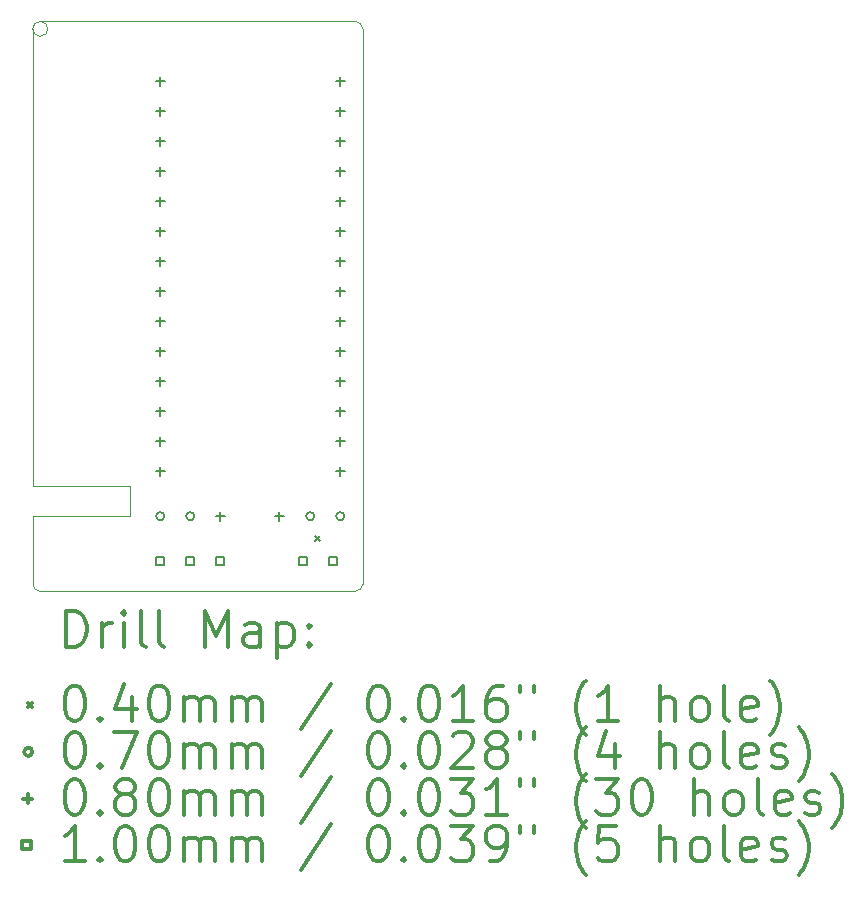
<source format=gbr>
%FSLAX45Y45*%
G04 Gerber Fmt 4.5, Leading zero omitted, Abs format (unit mm)*
G04 Created by KiCad (PCBNEW (5.1.2-1)-1) date 2022-05-29 19:11:08*
%MOMM*%
%LPD*%
G04 APERTURE LIST*
%ADD10C,0.050000*%
%ADD11C,0.200000*%
%ADD12C,0.300000*%
G04 APERTURE END LIST*
D10*
X5588000Y-2857500D02*
G75*
G02X5651500Y-2794000I63500J0D01*
G01*
X8382000Y-7556500D02*
G75*
G02X8318500Y-7620000I-63500J0D01*
G01*
X5651500Y-7620000D02*
G75*
G02X5588000Y-7556500I0J63500D01*
G01*
X5651500Y-2794000D02*
G75*
G02X5651500Y-2794000I0J-63500D01*
G01*
X8318500Y-2794000D02*
G75*
G02X8382000Y-2857500I0J-63500D01*
G01*
X5588000Y-6985000D02*
X5588000Y-7556500D01*
X6413500Y-6985000D02*
X5588000Y-6985000D01*
X6413500Y-6731000D02*
X6413500Y-6985000D01*
X5588000Y-6731000D02*
X6413500Y-6731000D01*
X5588000Y-2857500D02*
X5588000Y-6731000D01*
X8318500Y-2794000D02*
X5651500Y-2794000D01*
X8382000Y-7556500D02*
X8382000Y-2857500D01*
X5651500Y-7620000D02*
X8318500Y-7620000D01*
D11*
X7981000Y-7155500D02*
X8021000Y-7195500D01*
X8021000Y-7155500D02*
X7981000Y-7195500D01*
X6702500Y-6985000D02*
G75*
G03X6702500Y-6985000I-35000J0D01*
G01*
X6956500Y-6985000D02*
G75*
G03X6956500Y-6985000I-35000J0D01*
G01*
X7972500Y-6985000D02*
G75*
G03X7972500Y-6985000I-35000J0D01*
G01*
X8226500Y-6985000D02*
G75*
G03X8226500Y-6985000I-35000J0D01*
G01*
X6667500Y-3262000D02*
X6667500Y-3342000D01*
X6627500Y-3302000D02*
X6707500Y-3302000D01*
X6667500Y-3516000D02*
X6667500Y-3596000D01*
X6627500Y-3556000D02*
X6707500Y-3556000D01*
X6667500Y-3770000D02*
X6667500Y-3850000D01*
X6627500Y-3810000D02*
X6707500Y-3810000D01*
X6667500Y-4024000D02*
X6667500Y-4104000D01*
X6627500Y-4064000D02*
X6707500Y-4064000D01*
X6667500Y-4278000D02*
X6667500Y-4358000D01*
X6627500Y-4318000D02*
X6707500Y-4318000D01*
X6667500Y-4532000D02*
X6667500Y-4612000D01*
X6627500Y-4572000D02*
X6707500Y-4572000D01*
X6667500Y-4786000D02*
X6667500Y-4866000D01*
X6627500Y-4826000D02*
X6707500Y-4826000D01*
X6667500Y-5040000D02*
X6667500Y-5120000D01*
X6627500Y-5080000D02*
X6707500Y-5080000D01*
X6667500Y-5294000D02*
X6667500Y-5374000D01*
X6627500Y-5334000D02*
X6707500Y-5334000D01*
X6667500Y-5548000D02*
X6667500Y-5628000D01*
X6627500Y-5588000D02*
X6707500Y-5588000D01*
X6667500Y-5802000D02*
X6667500Y-5882000D01*
X6627500Y-5842000D02*
X6707500Y-5842000D01*
X6667500Y-6056000D02*
X6667500Y-6136000D01*
X6627500Y-6096000D02*
X6707500Y-6096000D01*
X6667500Y-6310000D02*
X6667500Y-6390000D01*
X6627500Y-6350000D02*
X6707500Y-6350000D01*
X6667500Y-6564000D02*
X6667500Y-6644000D01*
X6627500Y-6604000D02*
X6707500Y-6604000D01*
X8191500Y-3262000D02*
X8191500Y-3342000D01*
X8151500Y-3302000D02*
X8231500Y-3302000D01*
X8191500Y-3516000D02*
X8191500Y-3596000D01*
X8151500Y-3556000D02*
X8231500Y-3556000D01*
X8191500Y-3770000D02*
X8191500Y-3850000D01*
X8151500Y-3810000D02*
X8231500Y-3810000D01*
X8191500Y-4024000D02*
X8191500Y-4104000D01*
X8151500Y-4064000D02*
X8231500Y-4064000D01*
X8191500Y-4278000D02*
X8191500Y-4358000D01*
X8151500Y-4318000D02*
X8231500Y-4318000D01*
X8191500Y-4532000D02*
X8191500Y-4612000D01*
X8151500Y-4572000D02*
X8231500Y-4572000D01*
X8191500Y-4786000D02*
X8191500Y-4866000D01*
X8151500Y-4826000D02*
X8231500Y-4826000D01*
X8191500Y-5040000D02*
X8191500Y-5120000D01*
X8151500Y-5080000D02*
X8231500Y-5080000D01*
X8191500Y-5294000D02*
X8191500Y-5374000D01*
X8151500Y-5334000D02*
X8231500Y-5334000D01*
X8191500Y-5548000D02*
X8191500Y-5628000D01*
X8151500Y-5588000D02*
X8231500Y-5588000D01*
X8191500Y-5802000D02*
X8191500Y-5882000D01*
X8151500Y-5842000D02*
X8231500Y-5842000D01*
X8191500Y-6056000D02*
X8191500Y-6136000D01*
X8151500Y-6096000D02*
X8231500Y-6096000D01*
X8191500Y-6310000D02*
X8191500Y-6390000D01*
X8151500Y-6350000D02*
X8231500Y-6350000D01*
X8191500Y-6564000D02*
X8191500Y-6644000D01*
X8151500Y-6604000D02*
X8231500Y-6604000D01*
X7175500Y-6945000D02*
X7175500Y-7025000D01*
X7135500Y-6985000D02*
X7215500Y-6985000D01*
X7675500Y-6945000D02*
X7675500Y-7025000D01*
X7635500Y-6985000D02*
X7715500Y-6985000D01*
X7909356Y-7401356D02*
X7909356Y-7330644D01*
X7838644Y-7330644D01*
X7838644Y-7401356D01*
X7909356Y-7401356D01*
X8163356Y-7401356D02*
X8163356Y-7330644D01*
X8092644Y-7330644D01*
X8092644Y-7401356D01*
X8163356Y-7401356D01*
X6702856Y-7401356D02*
X6702856Y-7330644D01*
X6632144Y-7330644D01*
X6632144Y-7401356D01*
X6702856Y-7401356D01*
X6956856Y-7401356D02*
X6956856Y-7330644D01*
X6886144Y-7330644D01*
X6886144Y-7401356D01*
X6956856Y-7401356D01*
X7210856Y-7401356D02*
X7210856Y-7330644D01*
X7140144Y-7330644D01*
X7140144Y-7401356D01*
X7210856Y-7401356D01*
D12*
X5871928Y-8088214D02*
X5871928Y-7788214D01*
X5943357Y-7788214D01*
X5986214Y-7802500D01*
X6014786Y-7831071D01*
X6029071Y-7859643D01*
X6043357Y-7916786D01*
X6043357Y-7959643D01*
X6029071Y-8016786D01*
X6014786Y-8045357D01*
X5986214Y-8073929D01*
X5943357Y-8088214D01*
X5871928Y-8088214D01*
X6171928Y-8088214D02*
X6171928Y-7888214D01*
X6171928Y-7945357D02*
X6186214Y-7916786D01*
X6200500Y-7902500D01*
X6229071Y-7888214D01*
X6257643Y-7888214D01*
X6357643Y-8088214D02*
X6357643Y-7888214D01*
X6357643Y-7788214D02*
X6343357Y-7802500D01*
X6357643Y-7816786D01*
X6371928Y-7802500D01*
X6357643Y-7788214D01*
X6357643Y-7816786D01*
X6543357Y-8088214D02*
X6514786Y-8073929D01*
X6500500Y-8045357D01*
X6500500Y-7788214D01*
X6700500Y-8088214D02*
X6671928Y-8073929D01*
X6657643Y-8045357D01*
X6657643Y-7788214D01*
X7043357Y-8088214D02*
X7043357Y-7788214D01*
X7143357Y-8002500D01*
X7243357Y-7788214D01*
X7243357Y-8088214D01*
X7514786Y-8088214D02*
X7514786Y-7931071D01*
X7500500Y-7902500D01*
X7471928Y-7888214D01*
X7414786Y-7888214D01*
X7386214Y-7902500D01*
X7514786Y-8073929D02*
X7486214Y-8088214D01*
X7414786Y-8088214D01*
X7386214Y-8073929D01*
X7371928Y-8045357D01*
X7371928Y-8016786D01*
X7386214Y-7988214D01*
X7414786Y-7973929D01*
X7486214Y-7973929D01*
X7514786Y-7959643D01*
X7657643Y-7888214D02*
X7657643Y-8188214D01*
X7657643Y-7902500D02*
X7686214Y-7888214D01*
X7743357Y-7888214D01*
X7771928Y-7902500D01*
X7786214Y-7916786D01*
X7800500Y-7945357D01*
X7800500Y-8031071D01*
X7786214Y-8059643D01*
X7771928Y-8073929D01*
X7743357Y-8088214D01*
X7686214Y-8088214D01*
X7657643Y-8073929D01*
X7929071Y-8059643D02*
X7943357Y-8073929D01*
X7929071Y-8088214D01*
X7914786Y-8073929D01*
X7929071Y-8059643D01*
X7929071Y-8088214D01*
X7929071Y-7902500D02*
X7943357Y-7916786D01*
X7929071Y-7931071D01*
X7914786Y-7916786D01*
X7929071Y-7902500D01*
X7929071Y-7931071D01*
X5545500Y-8562500D02*
X5585500Y-8602500D01*
X5585500Y-8562500D02*
X5545500Y-8602500D01*
X5929071Y-8418214D02*
X5957643Y-8418214D01*
X5986214Y-8432500D01*
X6000500Y-8446786D01*
X6014786Y-8475357D01*
X6029071Y-8532500D01*
X6029071Y-8603929D01*
X6014786Y-8661072D01*
X6000500Y-8689643D01*
X5986214Y-8703929D01*
X5957643Y-8718214D01*
X5929071Y-8718214D01*
X5900500Y-8703929D01*
X5886214Y-8689643D01*
X5871928Y-8661072D01*
X5857643Y-8603929D01*
X5857643Y-8532500D01*
X5871928Y-8475357D01*
X5886214Y-8446786D01*
X5900500Y-8432500D01*
X5929071Y-8418214D01*
X6157643Y-8689643D02*
X6171928Y-8703929D01*
X6157643Y-8718214D01*
X6143357Y-8703929D01*
X6157643Y-8689643D01*
X6157643Y-8718214D01*
X6429071Y-8518214D02*
X6429071Y-8718214D01*
X6357643Y-8403929D02*
X6286214Y-8618214D01*
X6471928Y-8618214D01*
X6643357Y-8418214D02*
X6671928Y-8418214D01*
X6700500Y-8432500D01*
X6714786Y-8446786D01*
X6729071Y-8475357D01*
X6743357Y-8532500D01*
X6743357Y-8603929D01*
X6729071Y-8661072D01*
X6714786Y-8689643D01*
X6700500Y-8703929D01*
X6671928Y-8718214D01*
X6643357Y-8718214D01*
X6614786Y-8703929D01*
X6600500Y-8689643D01*
X6586214Y-8661072D01*
X6571928Y-8603929D01*
X6571928Y-8532500D01*
X6586214Y-8475357D01*
X6600500Y-8446786D01*
X6614786Y-8432500D01*
X6643357Y-8418214D01*
X6871928Y-8718214D02*
X6871928Y-8518214D01*
X6871928Y-8546786D02*
X6886214Y-8532500D01*
X6914786Y-8518214D01*
X6957643Y-8518214D01*
X6986214Y-8532500D01*
X7000500Y-8561072D01*
X7000500Y-8718214D01*
X7000500Y-8561072D02*
X7014786Y-8532500D01*
X7043357Y-8518214D01*
X7086214Y-8518214D01*
X7114786Y-8532500D01*
X7129071Y-8561072D01*
X7129071Y-8718214D01*
X7271928Y-8718214D02*
X7271928Y-8518214D01*
X7271928Y-8546786D02*
X7286214Y-8532500D01*
X7314786Y-8518214D01*
X7357643Y-8518214D01*
X7386214Y-8532500D01*
X7400500Y-8561072D01*
X7400500Y-8718214D01*
X7400500Y-8561072D02*
X7414786Y-8532500D01*
X7443357Y-8518214D01*
X7486214Y-8518214D01*
X7514786Y-8532500D01*
X7529071Y-8561072D01*
X7529071Y-8718214D01*
X8114786Y-8403929D02*
X7857643Y-8789643D01*
X8500500Y-8418214D02*
X8529071Y-8418214D01*
X8557643Y-8432500D01*
X8571928Y-8446786D01*
X8586214Y-8475357D01*
X8600500Y-8532500D01*
X8600500Y-8603929D01*
X8586214Y-8661072D01*
X8571928Y-8689643D01*
X8557643Y-8703929D01*
X8529071Y-8718214D01*
X8500500Y-8718214D01*
X8471928Y-8703929D01*
X8457643Y-8689643D01*
X8443357Y-8661072D01*
X8429071Y-8603929D01*
X8429071Y-8532500D01*
X8443357Y-8475357D01*
X8457643Y-8446786D01*
X8471928Y-8432500D01*
X8500500Y-8418214D01*
X8729071Y-8689643D02*
X8743357Y-8703929D01*
X8729071Y-8718214D01*
X8714786Y-8703929D01*
X8729071Y-8689643D01*
X8729071Y-8718214D01*
X8929071Y-8418214D02*
X8957643Y-8418214D01*
X8986214Y-8432500D01*
X9000500Y-8446786D01*
X9014786Y-8475357D01*
X9029071Y-8532500D01*
X9029071Y-8603929D01*
X9014786Y-8661072D01*
X9000500Y-8689643D01*
X8986214Y-8703929D01*
X8957643Y-8718214D01*
X8929071Y-8718214D01*
X8900500Y-8703929D01*
X8886214Y-8689643D01*
X8871928Y-8661072D01*
X8857643Y-8603929D01*
X8857643Y-8532500D01*
X8871928Y-8475357D01*
X8886214Y-8446786D01*
X8900500Y-8432500D01*
X8929071Y-8418214D01*
X9314786Y-8718214D02*
X9143357Y-8718214D01*
X9229071Y-8718214D02*
X9229071Y-8418214D01*
X9200500Y-8461072D01*
X9171928Y-8489643D01*
X9143357Y-8503929D01*
X9571928Y-8418214D02*
X9514786Y-8418214D01*
X9486214Y-8432500D01*
X9471928Y-8446786D01*
X9443357Y-8489643D01*
X9429071Y-8546786D01*
X9429071Y-8661072D01*
X9443357Y-8689643D01*
X9457643Y-8703929D01*
X9486214Y-8718214D01*
X9543357Y-8718214D01*
X9571928Y-8703929D01*
X9586214Y-8689643D01*
X9600500Y-8661072D01*
X9600500Y-8589643D01*
X9586214Y-8561072D01*
X9571928Y-8546786D01*
X9543357Y-8532500D01*
X9486214Y-8532500D01*
X9457643Y-8546786D01*
X9443357Y-8561072D01*
X9429071Y-8589643D01*
X9714786Y-8418214D02*
X9714786Y-8475357D01*
X9829071Y-8418214D02*
X9829071Y-8475357D01*
X10271928Y-8832500D02*
X10257643Y-8818214D01*
X10229071Y-8775357D01*
X10214786Y-8746786D01*
X10200500Y-8703929D01*
X10186214Y-8632500D01*
X10186214Y-8575357D01*
X10200500Y-8503929D01*
X10214786Y-8461072D01*
X10229071Y-8432500D01*
X10257643Y-8389643D01*
X10271928Y-8375357D01*
X10543357Y-8718214D02*
X10371928Y-8718214D01*
X10457643Y-8718214D02*
X10457643Y-8418214D01*
X10429071Y-8461072D01*
X10400500Y-8489643D01*
X10371928Y-8503929D01*
X10900500Y-8718214D02*
X10900500Y-8418214D01*
X11029071Y-8718214D02*
X11029071Y-8561072D01*
X11014786Y-8532500D01*
X10986214Y-8518214D01*
X10943357Y-8518214D01*
X10914786Y-8532500D01*
X10900500Y-8546786D01*
X11214786Y-8718214D02*
X11186214Y-8703929D01*
X11171928Y-8689643D01*
X11157643Y-8661072D01*
X11157643Y-8575357D01*
X11171928Y-8546786D01*
X11186214Y-8532500D01*
X11214786Y-8518214D01*
X11257643Y-8518214D01*
X11286214Y-8532500D01*
X11300500Y-8546786D01*
X11314786Y-8575357D01*
X11314786Y-8661072D01*
X11300500Y-8689643D01*
X11286214Y-8703929D01*
X11257643Y-8718214D01*
X11214786Y-8718214D01*
X11486214Y-8718214D02*
X11457643Y-8703929D01*
X11443357Y-8675357D01*
X11443357Y-8418214D01*
X11714786Y-8703929D02*
X11686214Y-8718214D01*
X11629071Y-8718214D01*
X11600500Y-8703929D01*
X11586214Y-8675357D01*
X11586214Y-8561072D01*
X11600500Y-8532500D01*
X11629071Y-8518214D01*
X11686214Y-8518214D01*
X11714786Y-8532500D01*
X11729071Y-8561072D01*
X11729071Y-8589643D01*
X11586214Y-8618214D01*
X11829071Y-8832500D02*
X11843357Y-8818214D01*
X11871928Y-8775357D01*
X11886214Y-8746786D01*
X11900500Y-8703929D01*
X11914786Y-8632500D01*
X11914786Y-8575357D01*
X11900500Y-8503929D01*
X11886214Y-8461072D01*
X11871928Y-8432500D01*
X11843357Y-8389643D01*
X11829071Y-8375357D01*
X5585500Y-8978500D02*
G75*
G03X5585500Y-8978500I-35000J0D01*
G01*
X5929071Y-8814214D02*
X5957643Y-8814214D01*
X5986214Y-8828500D01*
X6000500Y-8842786D01*
X6014786Y-8871357D01*
X6029071Y-8928500D01*
X6029071Y-8999929D01*
X6014786Y-9057072D01*
X6000500Y-9085643D01*
X5986214Y-9099929D01*
X5957643Y-9114214D01*
X5929071Y-9114214D01*
X5900500Y-9099929D01*
X5886214Y-9085643D01*
X5871928Y-9057072D01*
X5857643Y-8999929D01*
X5857643Y-8928500D01*
X5871928Y-8871357D01*
X5886214Y-8842786D01*
X5900500Y-8828500D01*
X5929071Y-8814214D01*
X6157643Y-9085643D02*
X6171928Y-9099929D01*
X6157643Y-9114214D01*
X6143357Y-9099929D01*
X6157643Y-9085643D01*
X6157643Y-9114214D01*
X6271928Y-8814214D02*
X6471928Y-8814214D01*
X6343357Y-9114214D01*
X6643357Y-8814214D02*
X6671928Y-8814214D01*
X6700500Y-8828500D01*
X6714786Y-8842786D01*
X6729071Y-8871357D01*
X6743357Y-8928500D01*
X6743357Y-8999929D01*
X6729071Y-9057072D01*
X6714786Y-9085643D01*
X6700500Y-9099929D01*
X6671928Y-9114214D01*
X6643357Y-9114214D01*
X6614786Y-9099929D01*
X6600500Y-9085643D01*
X6586214Y-9057072D01*
X6571928Y-8999929D01*
X6571928Y-8928500D01*
X6586214Y-8871357D01*
X6600500Y-8842786D01*
X6614786Y-8828500D01*
X6643357Y-8814214D01*
X6871928Y-9114214D02*
X6871928Y-8914214D01*
X6871928Y-8942786D02*
X6886214Y-8928500D01*
X6914786Y-8914214D01*
X6957643Y-8914214D01*
X6986214Y-8928500D01*
X7000500Y-8957072D01*
X7000500Y-9114214D01*
X7000500Y-8957072D02*
X7014786Y-8928500D01*
X7043357Y-8914214D01*
X7086214Y-8914214D01*
X7114786Y-8928500D01*
X7129071Y-8957072D01*
X7129071Y-9114214D01*
X7271928Y-9114214D02*
X7271928Y-8914214D01*
X7271928Y-8942786D02*
X7286214Y-8928500D01*
X7314786Y-8914214D01*
X7357643Y-8914214D01*
X7386214Y-8928500D01*
X7400500Y-8957072D01*
X7400500Y-9114214D01*
X7400500Y-8957072D02*
X7414786Y-8928500D01*
X7443357Y-8914214D01*
X7486214Y-8914214D01*
X7514786Y-8928500D01*
X7529071Y-8957072D01*
X7529071Y-9114214D01*
X8114786Y-8799929D02*
X7857643Y-9185643D01*
X8500500Y-8814214D02*
X8529071Y-8814214D01*
X8557643Y-8828500D01*
X8571928Y-8842786D01*
X8586214Y-8871357D01*
X8600500Y-8928500D01*
X8600500Y-8999929D01*
X8586214Y-9057072D01*
X8571928Y-9085643D01*
X8557643Y-9099929D01*
X8529071Y-9114214D01*
X8500500Y-9114214D01*
X8471928Y-9099929D01*
X8457643Y-9085643D01*
X8443357Y-9057072D01*
X8429071Y-8999929D01*
X8429071Y-8928500D01*
X8443357Y-8871357D01*
X8457643Y-8842786D01*
X8471928Y-8828500D01*
X8500500Y-8814214D01*
X8729071Y-9085643D02*
X8743357Y-9099929D01*
X8729071Y-9114214D01*
X8714786Y-9099929D01*
X8729071Y-9085643D01*
X8729071Y-9114214D01*
X8929071Y-8814214D02*
X8957643Y-8814214D01*
X8986214Y-8828500D01*
X9000500Y-8842786D01*
X9014786Y-8871357D01*
X9029071Y-8928500D01*
X9029071Y-8999929D01*
X9014786Y-9057072D01*
X9000500Y-9085643D01*
X8986214Y-9099929D01*
X8957643Y-9114214D01*
X8929071Y-9114214D01*
X8900500Y-9099929D01*
X8886214Y-9085643D01*
X8871928Y-9057072D01*
X8857643Y-8999929D01*
X8857643Y-8928500D01*
X8871928Y-8871357D01*
X8886214Y-8842786D01*
X8900500Y-8828500D01*
X8929071Y-8814214D01*
X9143357Y-8842786D02*
X9157643Y-8828500D01*
X9186214Y-8814214D01*
X9257643Y-8814214D01*
X9286214Y-8828500D01*
X9300500Y-8842786D01*
X9314786Y-8871357D01*
X9314786Y-8899929D01*
X9300500Y-8942786D01*
X9129071Y-9114214D01*
X9314786Y-9114214D01*
X9486214Y-8942786D02*
X9457643Y-8928500D01*
X9443357Y-8914214D01*
X9429071Y-8885643D01*
X9429071Y-8871357D01*
X9443357Y-8842786D01*
X9457643Y-8828500D01*
X9486214Y-8814214D01*
X9543357Y-8814214D01*
X9571928Y-8828500D01*
X9586214Y-8842786D01*
X9600500Y-8871357D01*
X9600500Y-8885643D01*
X9586214Y-8914214D01*
X9571928Y-8928500D01*
X9543357Y-8942786D01*
X9486214Y-8942786D01*
X9457643Y-8957072D01*
X9443357Y-8971357D01*
X9429071Y-8999929D01*
X9429071Y-9057072D01*
X9443357Y-9085643D01*
X9457643Y-9099929D01*
X9486214Y-9114214D01*
X9543357Y-9114214D01*
X9571928Y-9099929D01*
X9586214Y-9085643D01*
X9600500Y-9057072D01*
X9600500Y-8999929D01*
X9586214Y-8971357D01*
X9571928Y-8957072D01*
X9543357Y-8942786D01*
X9714786Y-8814214D02*
X9714786Y-8871357D01*
X9829071Y-8814214D02*
X9829071Y-8871357D01*
X10271928Y-9228500D02*
X10257643Y-9214214D01*
X10229071Y-9171357D01*
X10214786Y-9142786D01*
X10200500Y-9099929D01*
X10186214Y-9028500D01*
X10186214Y-8971357D01*
X10200500Y-8899929D01*
X10214786Y-8857072D01*
X10229071Y-8828500D01*
X10257643Y-8785643D01*
X10271928Y-8771357D01*
X10514786Y-8914214D02*
X10514786Y-9114214D01*
X10443357Y-8799929D02*
X10371928Y-9014214D01*
X10557643Y-9014214D01*
X10900500Y-9114214D02*
X10900500Y-8814214D01*
X11029071Y-9114214D02*
X11029071Y-8957072D01*
X11014786Y-8928500D01*
X10986214Y-8914214D01*
X10943357Y-8914214D01*
X10914786Y-8928500D01*
X10900500Y-8942786D01*
X11214786Y-9114214D02*
X11186214Y-9099929D01*
X11171928Y-9085643D01*
X11157643Y-9057072D01*
X11157643Y-8971357D01*
X11171928Y-8942786D01*
X11186214Y-8928500D01*
X11214786Y-8914214D01*
X11257643Y-8914214D01*
X11286214Y-8928500D01*
X11300500Y-8942786D01*
X11314786Y-8971357D01*
X11314786Y-9057072D01*
X11300500Y-9085643D01*
X11286214Y-9099929D01*
X11257643Y-9114214D01*
X11214786Y-9114214D01*
X11486214Y-9114214D02*
X11457643Y-9099929D01*
X11443357Y-9071357D01*
X11443357Y-8814214D01*
X11714786Y-9099929D02*
X11686214Y-9114214D01*
X11629071Y-9114214D01*
X11600500Y-9099929D01*
X11586214Y-9071357D01*
X11586214Y-8957072D01*
X11600500Y-8928500D01*
X11629071Y-8914214D01*
X11686214Y-8914214D01*
X11714786Y-8928500D01*
X11729071Y-8957072D01*
X11729071Y-8985643D01*
X11586214Y-9014214D01*
X11843357Y-9099929D02*
X11871928Y-9114214D01*
X11929071Y-9114214D01*
X11957643Y-9099929D01*
X11971928Y-9071357D01*
X11971928Y-9057072D01*
X11957643Y-9028500D01*
X11929071Y-9014214D01*
X11886214Y-9014214D01*
X11857643Y-8999929D01*
X11843357Y-8971357D01*
X11843357Y-8957072D01*
X11857643Y-8928500D01*
X11886214Y-8914214D01*
X11929071Y-8914214D01*
X11957643Y-8928500D01*
X12071928Y-9228500D02*
X12086214Y-9214214D01*
X12114786Y-9171357D01*
X12129071Y-9142786D01*
X12143357Y-9099929D01*
X12157643Y-9028500D01*
X12157643Y-8971357D01*
X12143357Y-8899929D01*
X12129071Y-8857072D01*
X12114786Y-8828500D01*
X12086214Y-8785643D01*
X12071928Y-8771357D01*
X5545500Y-9334500D02*
X5545500Y-9414500D01*
X5505500Y-9374500D02*
X5585500Y-9374500D01*
X5929071Y-9210214D02*
X5957643Y-9210214D01*
X5986214Y-9224500D01*
X6000500Y-9238786D01*
X6014786Y-9267357D01*
X6029071Y-9324500D01*
X6029071Y-9395929D01*
X6014786Y-9453072D01*
X6000500Y-9481643D01*
X5986214Y-9495929D01*
X5957643Y-9510214D01*
X5929071Y-9510214D01*
X5900500Y-9495929D01*
X5886214Y-9481643D01*
X5871928Y-9453072D01*
X5857643Y-9395929D01*
X5857643Y-9324500D01*
X5871928Y-9267357D01*
X5886214Y-9238786D01*
X5900500Y-9224500D01*
X5929071Y-9210214D01*
X6157643Y-9481643D02*
X6171928Y-9495929D01*
X6157643Y-9510214D01*
X6143357Y-9495929D01*
X6157643Y-9481643D01*
X6157643Y-9510214D01*
X6343357Y-9338786D02*
X6314786Y-9324500D01*
X6300500Y-9310214D01*
X6286214Y-9281643D01*
X6286214Y-9267357D01*
X6300500Y-9238786D01*
X6314786Y-9224500D01*
X6343357Y-9210214D01*
X6400500Y-9210214D01*
X6429071Y-9224500D01*
X6443357Y-9238786D01*
X6457643Y-9267357D01*
X6457643Y-9281643D01*
X6443357Y-9310214D01*
X6429071Y-9324500D01*
X6400500Y-9338786D01*
X6343357Y-9338786D01*
X6314786Y-9353072D01*
X6300500Y-9367357D01*
X6286214Y-9395929D01*
X6286214Y-9453072D01*
X6300500Y-9481643D01*
X6314786Y-9495929D01*
X6343357Y-9510214D01*
X6400500Y-9510214D01*
X6429071Y-9495929D01*
X6443357Y-9481643D01*
X6457643Y-9453072D01*
X6457643Y-9395929D01*
X6443357Y-9367357D01*
X6429071Y-9353072D01*
X6400500Y-9338786D01*
X6643357Y-9210214D02*
X6671928Y-9210214D01*
X6700500Y-9224500D01*
X6714786Y-9238786D01*
X6729071Y-9267357D01*
X6743357Y-9324500D01*
X6743357Y-9395929D01*
X6729071Y-9453072D01*
X6714786Y-9481643D01*
X6700500Y-9495929D01*
X6671928Y-9510214D01*
X6643357Y-9510214D01*
X6614786Y-9495929D01*
X6600500Y-9481643D01*
X6586214Y-9453072D01*
X6571928Y-9395929D01*
X6571928Y-9324500D01*
X6586214Y-9267357D01*
X6600500Y-9238786D01*
X6614786Y-9224500D01*
X6643357Y-9210214D01*
X6871928Y-9510214D02*
X6871928Y-9310214D01*
X6871928Y-9338786D02*
X6886214Y-9324500D01*
X6914786Y-9310214D01*
X6957643Y-9310214D01*
X6986214Y-9324500D01*
X7000500Y-9353072D01*
X7000500Y-9510214D01*
X7000500Y-9353072D02*
X7014786Y-9324500D01*
X7043357Y-9310214D01*
X7086214Y-9310214D01*
X7114786Y-9324500D01*
X7129071Y-9353072D01*
X7129071Y-9510214D01*
X7271928Y-9510214D02*
X7271928Y-9310214D01*
X7271928Y-9338786D02*
X7286214Y-9324500D01*
X7314786Y-9310214D01*
X7357643Y-9310214D01*
X7386214Y-9324500D01*
X7400500Y-9353072D01*
X7400500Y-9510214D01*
X7400500Y-9353072D02*
X7414786Y-9324500D01*
X7443357Y-9310214D01*
X7486214Y-9310214D01*
X7514786Y-9324500D01*
X7529071Y-9353072D01*
X7529071Y-9510214D01*
X8114786Y-9195929D02*
X7857643Y-9581643D01*
X8500500Y-9210214D02*
X8529071Y-9210214D01*
X8557643Y-9224500D01*
X8571928Y-9238786D01*
X8586214Y-9267357D01*
X8600500Y-9324500D01*
X8600500Y-9395929D01*
X8586214Y-9453072D01*
X8571928Y-9481643D01*
X8557643Y-9495929D01*
X8529071Y-9510214D01*
X8500500Y-9510214D01*
X8471928Y-9495929D01*
X8457643Y-9481643D01*
X8443357Y-9453072D01*
X8429071Y-9395929D01*
X8429071Y-9324500D01*
X8443357Y-9267357D01*
X8457643Y-9238786D01*
X8471928Y-9224500D01*
X8500500Y-9210214D01*
X8729071Y-9481643D02*
X8743357Y-9495929D01*
X8729071Y-9510214D01*
X8714786Y-9495929D01*
X8729071Y-9481643D01*
X8729071Y-9510214D01*
X8929071Y-9210214D02*
X8957643Y-9210214D01*
X8986214Y-9224500D01*
X9000500Y-9238786D01*
X9014786Y-9267357D01*
X9029071Y-9324500D01*
X9029071Y-9395929D01*
X9014786Y-9453072D01*
X9000500Y-9481643D01*
X8986214Y-9495929D01*
X8957643Y-9510214D01*
X8929071Y-9510214D01*
X8900500Y-9495929D01*
X8886214Y-9481643D01*
X8871928Y-9453072D01*
X8857643Y-9395929D01*
X8857643Y-9324500D01*
X8871928Y-9267357D01*
X8886214Y-9238786D01*
X8900500Y-9224500D01*
X8929071Y-9210214D01*
X9129071Y-9210214D02*
X9314786Y-9210214D01*
X9214786Y-9324500D01*
X9257643Y-9324500D01*
X9286214Y-9338786D01*
X9300500Y-9353072D01*
X9314786Y-9381643D01*
X9314786Y-9453072D01*
X9300500Y-9481643D01*
X9286214Y-9495929D01*
X9257643Y-9510214D01*
X9171928Y-9510214D01*
X9143357Y-9495929D01*
X9129071Y-9481643D01*
X9600500Y-9510214D02*
X9429071Y-9510214D01*
X9514786Y-9510214D02*
X9514786Y-9210214D01*
X9486214Y-9253072D01*
X9457643Y-9281643D01*
X9429071Y-9295929D01*
X9714786Y-9210214D02*
X9714786Y-9267357D01*
X9829071Y-9210214D02*
X9829071Y-9267357D01*
X10271928Y-9624500D02*
X10257643Y-9610214D01*
X10229071Y-9567357D01*
X10214786Y-9538786D01*
X10200500Y-9495929D01*
X10186214Y-9424500D01*
X10186214Y-9367357D01*
X10200500Y-9295929D01*
X10214786Y-9253072D01*
X10229071Y-9224500D01*
X10257643Y-9181643D01*
X10271928Y-9167357D01*
X10357643Y-9210214D02*
X10543357Y-9210214D01*
X10443357Y-9324500D01*
X10486214Y-9324500D01*
X10514786Y-9338786D01*
X10529071Y-9353072D01*
X10543357Y-9381643D01*
X10543357Y-9453072D01*
X10529071Y-9481643D01*
X10514786Y-9495929D01*
X10486214Y-9510214D01*
X10400500Y-9510214D01*
X10371928Y-9495929D01*
X10357643Y-9481643D01*
X10729071Y-9210214D02*
X10757643Y-9210214D01*
X10786214Y-9224500D01*
X10800500Y-9238786D01*
X10814786Y-9267357D01*
X10829071Y-9324500D01*
X10829071Y-9395929D01*
X10814786Y-9453072D01*
X10800500Y-9481643D01*
X10786214Y-9495929D01*
X10757643Y-9510214D01*
X10729071Y-9510214D01*
X10700500Y-9495929D01*
X10686214Y-9481643D01*
X10671928Y-9453072D01*
X10657643Y-9395929D01*
X10657643Y-9324500D01*
X10671928Y-9267357D01*
X10686214Y-9238786D01*
X10700500Y-9224500D01*
X10729071Y-9210214D01*
X11186214Y-9510214D02*
X11186214Y-9210214D01*
X11314786Y-9510214D02*
X11314786Y-9353072D01*
X11300500Y-9324500D01*
X11271928Y-9310214D01*
X11229071Y-9310214D01*
X11200500Y-9324500D01*
X11186214Y-9338786D01*
X11500500Y-9510214D02*
X11471928Y-9495929D01*
X11457643Y-9481643D01*
X11443357Y-9453072D01*
X11443357Y-9367357D01*
X11457643Y-9338786D01*
X11471928Y-9324500D01*
X11500500Y-9310214D01*
X11543357Y-9310214D01*
X11571928Y-9324500D01*
X11586214Y-9338786D01*
X11600500Y-9367357D01*
X11600500Y-9453072D01*
X11586214Y-9481643D01*
X11571928Y-9495929D01*
X11543357Y-9510214D01*
X11500500Y-9510214D01*
X11771928Y-9510214D02*
X11743357Y-9495929D01*
X11729071Y-9467357D01*
X11729071Y-9210214D01*
X12000500Y-9495929D02*
X11971928Y-9510214D01*
X11914786Y-9510214D01*
X11886214Y-9495929D01*
X11871928Y-9467357D01*
X11871928Y-9353072D01*
X11886214Y-9324500D01*
X11914786Y-9310214D01*
X11971928Y-9310214D01*
X12000500Y-9324500D01*
X12014786Y-9353072D01*
X12014786Y-9381643D01*
X11871928Y-9410214D01*
X12129071Y-9495929D02*
X12157643Y-9510214D01*
X12214786Y-9510214D01*
X12243357Y-9495929D01*
X12257643Y-9467357D01*
X12257643Y-9453072D01*
X12243357Y-9424500D01*
X12214786Y-9410214D01*
X12171928Y-9410214D01*
X12143357Y-9395929D01*
X12129071Y-9367357D01*
X12129071Y-9353072D01*
X12143357Y-9324500D01*
X12171928Y-9310214D01*
X12214786Y-9310214D01*
X12243357Y-9324500D01*
X12357643Y-9624500D02*
X12371928Y-9610214D01*
X12400500Y-9567357D01*
X12414786Y-9538786D01*
X12429071Y-9495929D01*
X12443357Y-9424500D01*
X12443357Y-9367357D01*
X12429071Y-9295929D01*
X12414786Y-9253072D01*
X12400500Y-9224500D01*
X12371928Y-9181643D01*
X12357643Y-9167357D01*
X5570856Y-9805856D02*
X5570856Y-9735144D01*
X5500144Y-9735144D01*
X5500144Y-9805856D01*
X5570856Y-9805856D01*
X6029071Y-9906214D02*
X5857643Y-9906214D01*
X5943357Y-9906214D02*
X5943357Y-9606214D01*
X5914786Y-9649072D01*
X5886214Y-9677643D01*
X5857643Y-9691929D01*
X6157643Y-9877643D02*
X6171928Y-9891929D01*
X6157643Y-9906214D01*
X6143357Y-9891929D01*
X6157643Y-9877643D01*
X6157643Y-9906214D01*
X6357643Y-9606214D02*
X6386214Y-9606214D01*
X6414786Y-9620500D01*
X6429071Y-9634786D01*
X6443357Y-9663357D01*
X6457643Y-9720500D01*
X6457643Y-9791929D01*
X6443357Y-9849072D01*
X6429071Y-9877643D01*
X6414786Y-9891929D01*
X6386214Y-9906214D01*
X6357643Y-9906214D01*
X6329071Y-9891929D01*
X6314786Y-9877643D01*
X6300500Y-9849072D01*
X6286214Y-9791929D01*
X6286214Y-9720500D01*
X6300500Y-9663357D01*
X6314786Y-9634786D01*
X6329071Y-9620500D01*
X6357643Y-9606214D01*
X6643357Y-9606214D02*
X6671928Y-9606214D01*
X6700500Y-9620500D01*
X6714786Y-9634786D01*
X6729071Y-9663357D01*
X6743357Y-9720500D01*
X6743357Y-9791929D01*
X6729071Y-9849072D01*
X6714786Y-9877643D01*
X6700500Y-9891929D01*
X6671928Y-9906214D01*
X6643357Y-9906214D01*
X6614786Y-9891929D01*
X6600500Y-9877643D01*
X6586214Y-9849072D01*
X6571928Y-9791929D01*
X6571928Y-9720500D01*
X6586214Y-9663357D01*
X6600500Y-9634786D01*
X6614786Y-9620500D01*
X6643357Y-9606214D01*
X6871928Y-9906214D02*
X6871928Y-9706214D01*
X6871928Y-9734786D02*
X6886214Y-9720500D01*
X6914786Y-9706214D01*
X6957643Y-9706214D01*
X6986214Y-9720500D01*
X7000500Y-9749072D01*
X7000500Y-9906214D01*
X7000500Y-9749072D02*
X7014786Y-9720500D01*
X7043357Y-9706214D01*
X7086214Y-9706214D01*
X7114786Y-9720500D01*
X7129071Y-9749072D01*
X7129071Y-9906214D01*
X7271928Y-9906214D02*
X7271928Y-9706214D01*
X7271928Y-9734786D02*
X7286214Y-9720500D01*
X7314786Y-9706214D01*
X7357643Y-9706214D01*
X7386214Y-9720500D01*
X7400500Y-9749072D01*
X7400500Y-9906214D01*
X7400500Y-9749072D02*
X7414786Y-9720500D01*
X7443357Y-9706214D01*
X7486214Y-9706214D01*
X7514786Y-9720500D01*
X7529071Y-9749072D01*
X7529071Y-9906214D01*
X8114786Y-9591929D02*
X7857643Y-9977643D01*
X8500500Y-9606214D02*
X8529071Y-9606214D01*
X8557643Y-9620500D01*
X8571928Y-9634786D01*
X8586214Y-9663357D01*
X8600500Y-9720500D01*
X8600500Y-9791929D01*
X8586214Y-9849072D01*
X8571928Y-9877643D01*
X8557643Y-9891929D01*
X8529071Y-9906214D01*
X8500500Y-9906214D01*
X8471928Y-9891929D01*
X8457643Y-9877643D01*
X8443357Y-9849072D01*
X8429071Y-9791929D01*
X8429071Y-9720500D01*
X8443357Y-9663357D01*
X8457643Y-9634786D01*
X8471928Y-9620500D01*
X8500500Y-9606214D01*
X8729071Y-9877643D02*
X8743357Y-9891929D01*
X8729071Y-9906214D01*
X8714786Y-9891929D01*
X8729071Y-9877643D01*
X8729071Y-9906214D01*
X8929071Y-9606214D02*
X8957643Y-9606214D01*
X8986214Y-9620500D01*
X9000500Y-9634786D01*
X9014786Y-9663357D01*
X9029071Y-9720500D01*
X9029071Y-9791929D01*
X9014786Y-9849072D01*
X9000500Y-9877643D01*
X8986214Y-9891929D01*
X8957643Y-9906214D01*
X8929071Y-9906214D01*
X8900500Y-9891929D01*
X8886214Y-9877643D01*
X8871928Y-9849072D01*
X8857643Y-9791929D01*
X8857643Y-9720500D01*
X8871928Y-9663357D01*
X8886214Y-9634786D01*
X8900500Y-9620500D01*
X8929071Y-9606214D01*
X9129071Y-9606214D02*
X9314786Y-9606214D01*
X9214786Y-9720500D01*
X9257643Y-9720500D01*
X9286214Y-9734786D01*
X9300500Y-9749072D01*
X9314786Y-9777643D01*
X9314786Y-9849072D01*
X9300500Y-9877643D01*
X9286214Y-9891929D01*
X9257643Y-9906214D01*
X9171928Y-9906214D01*
X9143357Y-9891929D01*
X9129071Y-9877643D01*
X9457643Y-9906214D02*
X9514786Y-9906214D01*
X9543357Y-9891929D01*
X9557643Y-9877643D01*
X9586214Y-9834786D01*
X9600500Y-9777643D01*
X9600500Y-9663357D01*
X9586214Y-9634786D01*
X9571928Y-9620500D01*
X9543357Y-9606214D01*
X9486214Y-9606214D01*
X9457643Y-9620500D01*
X9443357Y-9634786D01*
X9429071Y-9663357D01*
X9429071Y-9734786D01*
X9443357Y-9763357D01*
X9457643Y-9777643D01*
X9486214Y-9791929D01*
X9543357Y-9791929D01*
X9571928Y-9777643D01*
X9586214Y-9763357D01*
X9600500Y-9734786D01*
X9714786Y-9606214D02*
X9714786Y-9663357D01*
X9829071Y-9606214D02*
X9829071Y-9663357D01*
X10271928Y-10020500D02*
X10257643Y-10006214D01*
X10229071Y-9963357D01*
X10214786Y-9934786D01*
X10200500Y-9891929D01*
X10186214Y-9820500D01*
X10186214Y-9763357D01*
X10200500Y-9691929D01*
X10214786Y-9649072D01*
X10229071Y-9620500D01*
X10257643Y-9577643D01*
X10271928Y-9563357D01*
X10529071Y-9606214D02*
X10386214Y-9606214D01*
X10371928Y-9749072D01*
X10386214Y-9734786D01*
X10414786Y-9720500D01*
X10486214Y-9720500D01*
X10514786Y-9734786D01*
X10529071Y-9749072D01*
X10543357Y-9777643D01*
X10543357Y-9849072D01*
X10529071Y-9877643D01*
X10514786Y-9891929D01*
X10486214Y-9906214D01*
X10414786Y-9906214D01*
X10386214Y-9891929D01*
X10371928Y-9877643D01*
X10900500Y-9906214D02*
X10900500Y-9606214D01*
X11029071Y-9906214D02*
X11029071Y-9749072D01*
X11014786Y-9720500D01*
X10986214Y-9706214D01*
X10943357Y-9706214D01*
X10914786Y-9720500D01*
X10900500Y-9734786D01*
X11214786Y-9906214D02*
X11186214Y-9891929D01*
X11171928Y-9877643D01*
X11157643Y-9849072D01*
X11157643Y-9763357D01*
X11171928Y-9734786D01*
X11186214Y-9720500D01*
X11214786Y-9706214D01*
X11257643Y-9706214D01*
X11286214Y-9720500D01*
X11300500Y-9734786D01*
X11314786Y-9763357D01*
X11314786Y-9849072D01*
X11300500Y-9877643D01*
X11286214Y-9891929D01*
X11257643Y-9906214D01*
X11214786Y-9906214D01*
X11486214Y-9906214D02*
X11457643Y-9891929D01*
X11443357Y-9863357D01*
X11443357Y-9606214D01*
X11714786Y-9891929D02*
X11686214Y-9906214D01*
X11629071Y-9906214D01*
X11600500Y-9891929D01*
X11586214Y-9863357D01*
X11586214Y-9749072D01*
X11600500Y-9720500D01*
X11629071Y-9706214D01*
X11686214Y-9706214D01*
X11714786Y-9720500D01*
X11729071Y-9749072D01*
X11729071Y-9777643D01*
X11586214Y-9806214D01*
X11843357Y-9891929D02*
X11871928Y-9906214D01*
X11929071Y-9906214D01*
X11957643Y-9891929D01*
X11971928Y-9863357D01*
X11971928Y-9849072D01*
X11957643Y-9820500D01*
X11929071Y-9806214D01*
X11886214Y-9806214D01*
X11857643Y-9791929D01*
X11843357Y-9763357D01*
X11843357Y-9749072D01*
X11857643Y-9720500D01*
X11886214Y-9706214D01*
X11929071Y-9706214D01*
X11957643Y-9720500D01*
X12071928Y-10020500D02*
X12086214Y-10006214D01*
X12114786Y-9963357D01*
X12129071Y-9934786D01*
X12143357Y-9891929D01*
X12157643Y-9820500D01*
X12157643Y-9763357D01*
X12143357Y-9691929D01*
X12129071Y-9649072D01*
X12114786Y-9620500D01*
X12086214Y-9577643D01*
X12071928Y-9563357D01*
M02*

</source>
